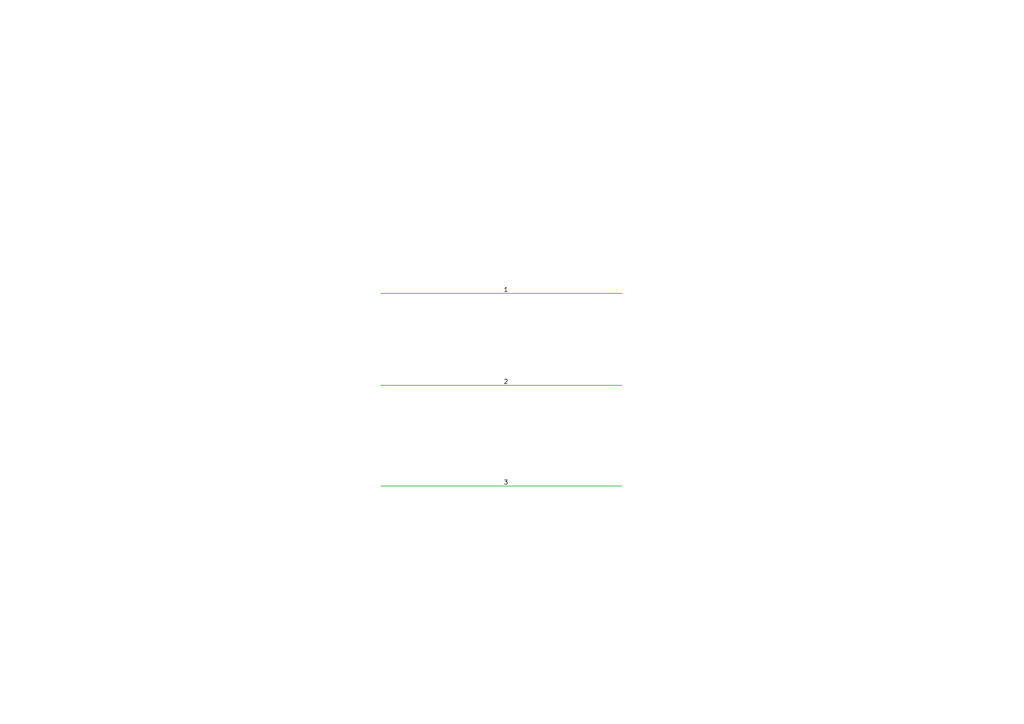
<source format=kicad_sch>
(kicad_sch
	(version 20250114)
	(generator "eeschema")
	(generator_version "9.0")
	(uuid "e63e39d7-6ac0-4ffd-8aa3-1841a4541b55")
	(paper "A4")
	(title_block
		(title "jSmartSW Keypad Face Panel")
		(date "2025-04-15")
		(rev "1.0")
		(company "Jeff Chen")
	)
	(lib_symbols)
	(wire
		(pts
			(xy 110.49 111.76) (xy 180.34 111.76)
		)
		(stroke
			(width 0)
			(type default)
		)
		(uuid "65833050-c9a4-47b1-b483-42eb1d683b2f")
	)
	(wire
		(pts
			(xy 110.49 140.97) (xy 180.34 140.97)
		)
		(stroke
			(width 0)
			(type default)
		)
		(uuid "65a762c8-7f6d-44d6-bc29-a851a39401d1")
	)
	(wire
		(pts
			(xy 110.49 85.09) (xy 180.34 85.09)
		)
		(stroke
			(width 0)
			(type default)
		)
		(uuid "9e5ccaa5-1809-4bd4-92e9-cb6a5d3deecd")
	)
	(label "2"
		(at 146.05 111.76 0)
		(effects
			(font
				(size 1.27 1.27)
			)
			(justify left bottom)
		)
		(uuid "365dad0a-60e7-4f75-a04a-c2d861563102")
	)
	(label "3"
		(at 146.05 140.97 0)
		(effects
			(font
				(size 1.27 1.27)
			)
			(justify left bottom)
		)
		(uuid "43af80c1-8e47-4dbb-9b7d-f322d2c80e3f")
	)
	(label "1"
		(at 146.05 85.09 0)
		(effects
			(font
				(size 1.27 1.27)
			)
			(justify left bottom)
		)
		(uuid "af37baf2-6f60-43f7-bfe2-916055047842")
	)
	(sheet_instances
		(path "/"
			(page "1")
		)
	)
	(embedded_fonts no)
)

</source>
